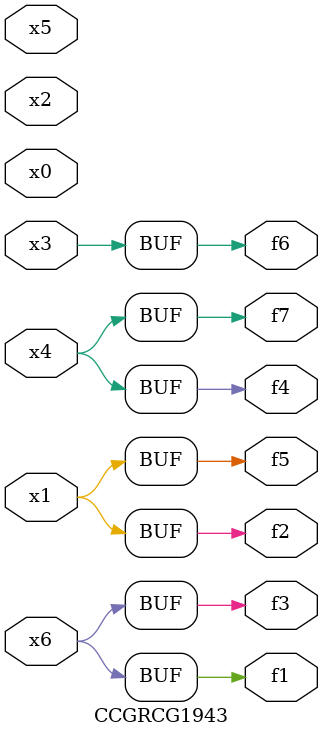
<source format=v>
module CCGRCG1943(
	input x0, x1, x2, x3, x4, x5, x6,
	output f1, f2, f3, f4, f5, f6, f7
);
	assign f1 = x6;
	assign f2 = x1;
	assign f3 = x6;
	assign f4 = x4;
	assign f5 = x1;
	assign f6 = x3;
	assign f7 = x4;
endmodule

</source>
